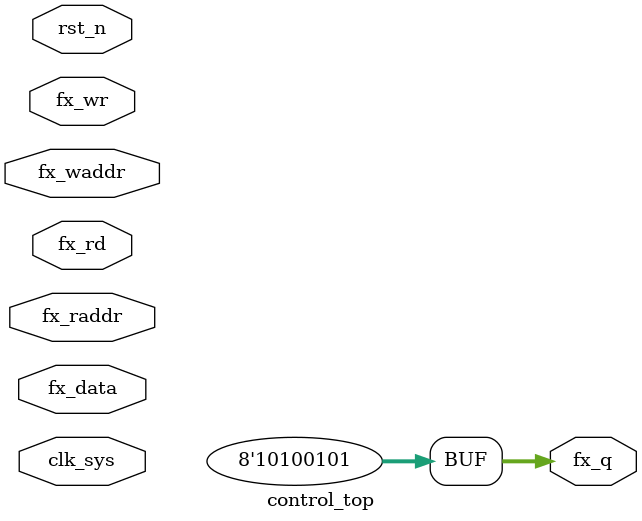
<source format=v>

module control_top(
//fx bus
fx_waddr,
fx_wr,
fx_data,
fx_rd,
fx_raddr,
fx_q,
//clk rst
clk_sys,
rst_n
);
//fx_bus
input 				fx_wr;
input [7:0]		fx_data;
input [21:0]	fx_waddr;
input [21:0]	fx_raddr;
input 				fx_rd;
output  [7:0]	fx_q;
//clk rst
input clk_sys;
input rst_n;
//--------------------------------------
//--------------------------------------

//------- no logic -------
wire [7:0] fx_q;
assign fx_q = 8'ha5;

endmodule


</source>
